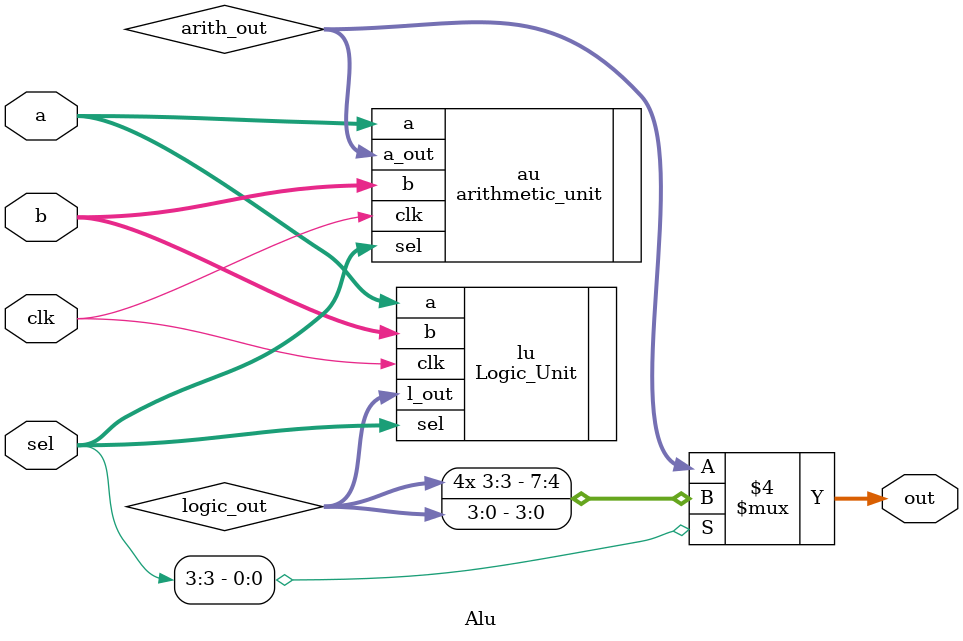
<source format=v>
module Alu(
    input clk,
    input [3:0]  sel,
    input signed [3:0] a, b,
    output reg signed [7:0] out
);

    wire signed [7:0] arith_out;
    wire [3:0] logic_out;

    // Instantiate the arithmetic and logic units
    arithmetic_unit au (
        .clk(clk),
        .a(a),
        .b(b),
        .sel(sel[3:0]),    // Pass only lower 3 bits to arithmetic unit
        .a_out(arith_out)
    );

    Logic_Unit lu (
        .clk(clk),
        .a(a),
        .b(b),
        .sel(sel[3:0]),    // Pass only lower 3 bits to logic unit
        .l_out(logic_out)
    );

    // Select between arithmetic and logic results based on the 4th bit (sel[3])
    always @(*) begin
        if (sel[3] == 1'b0)
            out = arith_out;  // If sel[3] is 0, output from arithmetic unit
        else
            out = {{4{logic_out[3]}}, logic_out};  // If sel[3] is 1, output from logic unit (4-bit logic result extended to 8 bits)
    end
endmodule

</source>
